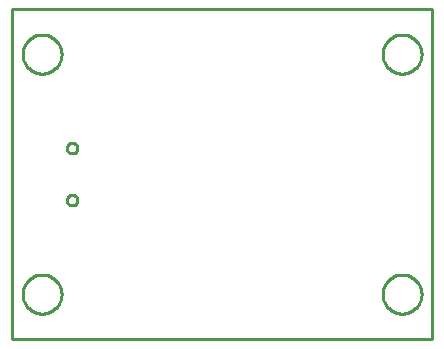
<source format=gbr>
G04 EAGLE Gerber RS-274X export*
G75*
%MOMM*%
%FSLAX34Y34*%
%LPD*%
%IN*%
%IPPOS*%
%AMOC8*
5,1,8,0,0,1.08239X$1,22.5*%
G01*
%ADD10C,0.254000*%


D10*
X0Y0D02*
X355600Y0D01*
X355600Y279400D01*
X0Y279400D01*
X0Y0D01*
X55300Y161405D02*
X55223Y160820D01*
X55070Y160250D01*
X54845Y159705D01*
X54550Y159195D01*
X54191Y158727D01*
X53773Y158309D01*
X53305Y157950D01*
X52795Y157655D01*
X52250Y157430D01*
X51680Y157277D01*
X51095Y157200D01*
X50505Y157200D01*
X49920Y157277D01*
X49350Y157430D01*
X48805Y157655D01*
X48295Y157950D01*
X47827Y158309D01*
X47409Y158727D01*
X47050Y159195D01*
X46755Y159705D01*
X46530Y160250D01*
X46377Y160820D01*
X46300Y161405D01*
X46300Y161995D01*
X46377Y162580D01*
X46530Y163150D01*
X46755Y163695D01*
X47050Y164205D01*
X47409Y164673D01*
X47827Y165091D01*
X48295Y165450D01*
X48805Y165745D01*
X49350Y165970D01*
X49920Y166123D01*
X50505Y166200D01*
X51095Y166200D01*
X51680Y166123D01*
X52250Y165970D01*
X52795Y165745D01*
X53305Y165450D01*
X53773Y165091D01*
X54191Y164673D01*
X54550Y164205D01*
X54845Y163695D01*
X55070Y163150D01*
X55223Y162580D01*
X55300Y161995D01*
X55300Y161405D01*
X55300Y117405D02*
X55223Y116820D01*
X55070Y116250D01*
X54845Y115705D01*
X54550Y115195D01*
X54191Y114727D01*
X53773Y114309D01*
X53305Y113950D01*
X52795Y113655D01*
X52250Y113430D01*
X51680Y113277D01*
X51095Y113200D01*
X50505Y113200D01*
X49920Y113277D01*
X49350Y113430D01*
X48805Y113655D01*
X48295Y113950D01*
X47827Y114309D01*
X47409Y114727D01*
X47050Y115195D01*
X46755Y115705D01*
X46530Y116250D01*
X46377Y116820D01*
X46300Y117405D01*
X46300Y117995D01*
X46377Y118580D01*
X46530Y119150D01*
X46755Y119695D01*
X47050Y120205D01*
X47409Y120673D01*
X47827Y121091D01*
X48295Y121450D01*
X48805Y121745D01*
X49350Y121970D01*
X49920Y122123D01*
X50505Y122200D01*
X51095Y122200D01*
X51680Y122123D01*
X52250Y121970D01*
X52795Y121745D01*
X53305Y121450D01*
X53773Y121091D01*
X54191Y120673D01*
X54550Y120205D01*
X54845Y119695D01*
X55070Y119150D01*
X55223Y118580D01*
X55300Y117995D01*
X55300Y117405D01*
X41910Y37560D02*
X41839Y36481D01*
X41698Y35409D01*
X41487Y34349D01*
X41208Y33305D01*
X40860Y32281D01*
X40446Y31283D01*
X39968Y30313D01*
X39428Y29377D01*
X38827Y28478D01*
X38169Y27621D01*
X37457Y26808D01*
X36692Y26044D01*
X35879Y25331D01*
X35022Y24673D01*
X34123Y24072D01*
X33187Y23532D01*
X32217Y23054D01*
X31219Y22640D01*
X30195Y22292D01*
X29151Y22013D01*
X28091Y21802D01*
X27019Y21661D01*
X25940Y21590D01*
X24860Y21590D01*
X23781Y21661D01*
X22709Y21802D01*
X21649Y22013D01*
X20605Y22292D01*
X19581Y22640D01*
X18583Y23054D01*
X17613Y23532D01*
X16677Y24072D01*
X15778Y24673D01*
X14921Y25331D01*
X14108Y26044D01*
X13344Y26808D01*
X12631Y27621D01*
X11973Y28478D01*
X11372Y29377D01*
X10832Y30313D01*
X10354Y31283D01*
X9940Y32281D01*
X9592Y33305D01*
X9313Y34349D01*
X9102Y35409D01*
X8961Y36481D01*
X8890Y37560D01*
X8890Y38640D01*
X8961Y39719D01*
X9102Y40791D01*
X9313Y41851D01*
X9592Y42895D01*
X9940Y43919D01*
X10354Y44917D01*
X10832Y45887D01*
X11372Y46823D01*
X11973Y47722D01*
X12631Y48579D01*
X13344Y49392D01*
X14108Y50157D01*
X14921Y50869D01*
X15778Y51527D01*
X16677Y52128D01*
X17613Y52668D01*
X18583Y53146D01*
X19581Y53560D01*
X20605Y53908D01*
X21649Y54187D01*
X22709Y54398D01*
X23781Y54539D01*
X24860Y54610D01*
X25940Y54610D01*
X27019Y54539D01*
X28091Y54398D01*
X29151Y54187D01*
X30195Y53908D01*
X31219Y53560D01*
X32217Y53146D01*
X33187Y52668D01*
X34123Y52128D01*
X35022Y51527D01*
X35879Y50869D01*
X36692Y50157D01*
X37457Y49392D01*
X38169Y48579D01*
X38827Y47722D01*
X39428Y46823D01*
X39968Y45887D01*
X40446Y44917D01*
X40860Y43919D01*
X41208Y42895D01*
X41487Y41851D01*
X41698Y40791D01*
X41839Y39719D01*
X41910Y38640D01*
X41910Y37560D01*
X41910Y240760D02*
X41839Y239681D01*
X41698Y238609D01*
X41487Y237549D01*
X41208Y236505D01*
X40860Y235481D01*
X40446Y234483D01*
X39968Y233513D01*
X39428Y232577D01*
X38827Y231678D01*
X38169Y230821D01*
X37457Y230008D01*
X36692Y229244D01*
X35879Y228531D01*
X35022Y227873D01*
X34123Y227272D01*
X33187Y226732D01*
X32217Y226254D01*
X31219Y225840D01*
X30195Y225492D01*
X29151Y225213D01*
X28091Y225002D01*
X27019Y224861D01*
X25940Y224790D01*
X24860Y224790D01*
X23781Y224861D01*
X22709Y225002D01*
X21649Y225213D01*
X20605Y225492D01*
X19581Y225840D01*
X18583Y226254D01*
X17613Y226732D01*
X16677Y227272D01*
X15778Y227873D01*
X14921Y228531D01*
X14108Y229244D01*
X13344Y230008D01*
X12631Y230821D01*
X11973Y231678D01*
X11372Y232577D01*
X10832Y233513D01*
X10354Y234483D01*
X9940Y235481D01*
X9592Y236505D01*
X9313Y237549D01*
X9102Y238609D01*
X8961Y239681D01*
X8890Y240760D01*
X8890Y241840D01*
X8961Y242919D01*
X9102Y243991D01*
X9313Y245051D01*
X9592Y246095D01*
X9940Y247119D01*
X10354Y248117D01*
X10832Y249087D01*
X11372Y250023D01*
X11973Y250922D01*
X12631Y251779D01*
X13344Y252592D01*
X14108Y253357D01*
X14921Y254069D01*
X15778Y254727D01*
X16677Y255328D01*
X17613Y255868D01*
X18583Y256346D01*
X19581Y256760D01*
X20605Y257108D01*
X21649Y257387D01*
X22709Y257598D01*
X23781Y257739D01*
X24860Y257810D01*
X25940Y257810D01*
X27019Y257739D01*
X28091Y257598D01*
X29151Y257387D01*
X30195Y257108D01*
X31219Y256760D01*
X32217Y256346D01*
X33187Y255868D01*
X34123Y255328D01*
X35022Y254727D01*
X35879Y254069D01*
X36692Y253357D01*
X37457Y252592D01*
X38169Y251779D01*
X38827Y250922D01*
X39428Y250023D01*
X39968Y249087D01*
X40446Y248117D01*
X40860Y247119D01*
X41208Y246095D01*
X41487Y245051D01*
X41698Y243991D01*
X41839Y242919D01*
X41910Y241840D01*
X41910Y240760D01*
X346710Y240760D02*
X346639Y239681D01*
X346498Y238609D01*
X346287Y237549D01*
X346008Y236505D01*
X345660Y235481D01*
X345246Y234483D01*
X344768Y233513D01*
X344228Y232577D01*
X343627Y231678D01*
X342969Y230821D01*
X342257Y230008D01*
X341492Y229244D01*
X340679Y228531D01*
X339822Y227873D01*
X338923Y227272D01*
X337987Y226732D01*
X337017Y226254D01*
X336019Y225840D01*
X334995Y225492D01*
X333951Y225213D01*
X332891Y225002D01*
X331819Y224861D01*
X330740Y224790D01*
X329660Y224790D01*
X328581Y224861D01*
X327509Y225002D01*
X326449Y225213D01*
X325405Y225492D01*
X324381Y225840D01*
X323383Y226254D01*
X322413Y226732D01*
X321477Y227272D01*
X320578Y227873D01*
X319721Y228531D01*
X318908Y229244D01*
X318144Y230008D01*
X317431Y230821D01*
X316773Y231678D01*
X316172Y232577D01*
X315632Y233513D01*
X315154Y234483D01*
X314740Y235481D01*
X314392Y236505D01*
X314113Y237549D01*
X313902Y238609D01*
X313761Y239681D01*
X313690Y240760D01*
X313690Y241840D01*
X313761Y242919D01*
X313902Y243991D01*
X314113Y245051D01*
X314392Y246095D01*
X314740Y247119D01*
X315154Y248117D01*
X315632Y249087D01*
X316172Y250023D01*
X316773Y250922D01*
X317431Y251779D01*
X318144Y252592D01*
X318908Y253357D01*
X319721Y254069D01*
X320578Y254727D01*
X321477Y255328D01*
X322413Y255868D01*
X323383Y256346D01*
X324381Y256760D01*
X325405Y257108D01*
X326449Y257387D01*
X327509Y257598D01*
X328581Y257739D01*
X329660Y257810D01*
X330740Y257810D01*
X331819Y257739D01*
X332891Y257598D01*
X333951Y257387D01*
X334995Y257108D01*
X336019Y256760D01*
X337017Y256346D01*
X337987Y255868D01*
X338923Y255328D01*
X339822Y254727D01*
X340679Y254069D01*
X341492Y253357D01*
X342257Y252592D01*
X342969Y251779D01*
X343627Y250922D01*
X344228Y250023D01*
X344768Y249087D01*
X345246Y248117D01*
X345660Y247119D01*
X346008Y246095D01*
X346287Y245051D01*
X346498Y243991D01*
X346639Y242919D01*
X346710Y241840D01*
X346710Y240760D01*
X346710Y37560D02*
X346639Y36481D01*
X346498Y35409D01*
X346287Y34349D01*
X346008Y33305D01*
X345660Y32281D01*
X345246Y31283D01*
X344768Y30313D01*
X344228Y29377D01*
X343627Y28478D01*
X342969Y27621D01*
X342257Y26808D01*
X341492Y26044D01*
X340679Y25331D01*
X339822Y24673D01*
X338923Y24072D01*
X337987Y23532D01*
X337017Y23054D01*
X336019Y22640D01*
X334995Y22292D01*
X333951Y22013D01*
X332891Y21802D01*
X331819Y21661D01*
X330740Y21590D01*
X329660Y21590D01*
X328581Y21661D01*
X327509Y21802D01*
X326449Y22013D01*
X325405Y22292D01*
X324381Y22640D01*
X323383Y23054D01*
X322413Y23532D01*
X321477Y24072D01*
X320578Y24673D01*
X319721Y25331D01*
X318908Y26044D01*
X318144Y26808D01*
X317431Y27621D01*
X316773Y28478D01*
X316172Y29377D01*
X315632Y30313D01*
X315154Y31283D01*
X314740Y32281D01*
X314392Y33305D01*
X314113Y34349D01*
X313902Y35409D01*
X313761Y36481D01*
X313690Y37560D01*
X313690Y38640D01*
X313761Y39719D01*
X313902Y40791D01*
X314113Y41851D01*
X314392Y42895D01*
X314740Y43919D01*
X315154Y44917D01*
X315632Y45887D01*
X316172Y46823D01*
X316773Y47722D01*
X317431Y48579D01*
X318144Y49392D01*
X318908Y50157D01*
X319721Y50869D01*
X320578Y51527D01*
X321477Y52128D01*
X322413Y52668D01*
X323383Y53146D01*
X324381Y53560D01*
X325405Y53908D01*
X326449Y54187D01*
X327509Y54398D01*
X328581Y54539D01*
X329660Y54610D01*
X330740Y54610D01*
X331819Y54539D01*
X332891Y54398D01*
X333951Y54187D01*
X334995Y53908D01*
X336019Y53560D01*
X337017Y53146D01*
X337987Y52668D01*
X338923Y52128D01*
X339822Y51527D01*
X340679Y50869D01*
X341492Y50157D01*
X342257Y49392D01*
X342969Y48579D01*
X343627Y47722D01*
X344228Y46823D01*
X344768Y45887D01*
X345246Y44917D01*
X345660Y43919D01*
X346008Y42895D01*
X346287Y41851D01*
X346498Y40791D01*
X346639Y39719D01*
X346710Y38640D01*
X346710Y37560D01*
M02*

</source>
